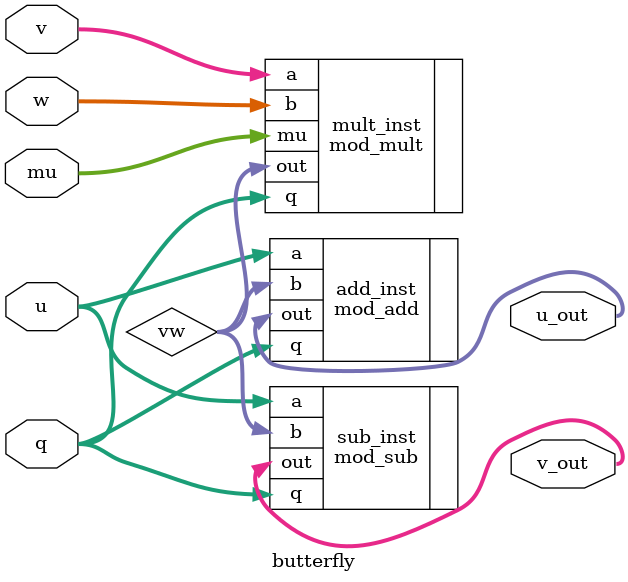
<source format=v>
module butterfly (
    input  wire [63:0] u,
    input  wire [63:0] v,
    input  wire [63:0] w,
    input  wire [63:0] q,
    input  wire [63:0] mu, // NEW
    output wire [63:0] u_out,
    output wire [63:0] v_out
);
    wire [63:0] vw;
    // Pass MU to multiplier
    mod_mult mult_inst (.a(v), .b(w), .q(q), .mu(mu), .out(vw));

    mod_add add_inst (.a(u), .b(vw), .q(q), .out(u_out));
    mod_sub sub_inst (.a(u), .b(vw), .q(q), .out(v_out));
endmodule

</source>
